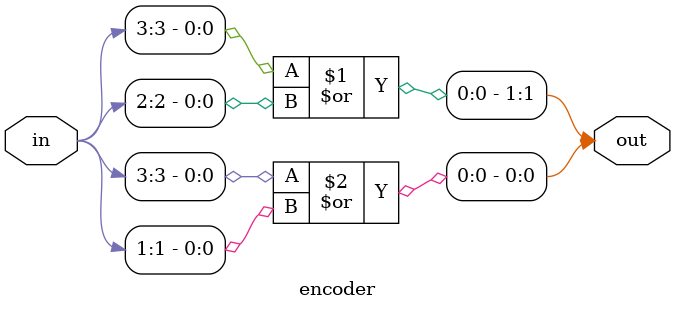
<source format=v>
`timescale 1ns / 1ps

module encoder(
	input [3:0] in,
	output [1:0] out
    );
    assign out[1] = in[3] | in[2]  ;
    assign out[0] = in[3] | in[1] ;
endmodule

</source>
